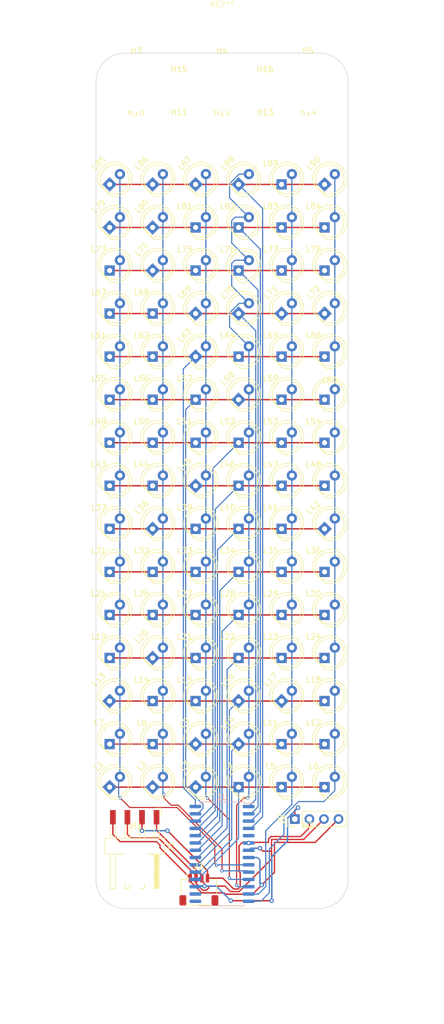
<source format=kicad_pcb>
(kicad_pcb (version 20221018) (generator pcbnew)
  (layers (0 "F.Cu" signal) (31 "B.Cu" signal) (34 "B.Paste" user) (35 "F.Paste" user) (36 "B.SilkS" user "B.Silkscreen") (37 "F.SilkS" user "F.Silkscreen") (38 "B.Mask" user) (39 "F.Mask" user) (44 "Edge.Cuts" user))
  (net 0 "")
  (net 1 "/col_1")
  (net 2 "/row_1")
  (net 3 "/row_2")
  (net 4 "/row_3")
  (net 5 "/row_4")
  (net 6 "/row_5")
  (net 7 "/row_6")
  (net 8 "/row_7")
  (net 9 "/eg8")
  (net 10 "/col_12")
  (net 11 "/col_13")
  (net 12 "/col_14")
  (net 13 "/col_15")
  (net 14 "/col_16")
  (net 15 "GND")
  (net 16 "/data")
  (net 17 "/clk")
  (net 18 "+5V")
  (net 19 "/col_2")
  (net 20 "/col_3")
  (net 21 "/col_4")
  (net 22 "/col_5")
  (net 23 "/col_6")
  (net 24 "/col_7")
  (net 25 "/col_8")
  (net 26 "/col_9")
  (net 27 "/col_10")
  (net 28 "/col_11")
  (footprint "oomlout_oomp_footprints:l5_7297cd_electronic_led_5_mm" (layer "F.Cu") (at -12.116 -36.634 45)
    (fp_text reference "L74")
    (fp_text value "l5_electronic_led_5_mm")
  )
  (footprint "oomlout_oomp_footprints:l5_7297cd_electronic_led_5_mm" (layer "F.Cu") (at 10.384 38.366 45)
    (fp_text reference "L17")
    (fp_text value "l5_electronic_led_5_mm")
  )
  (footprint "oomlout_oomp_footprints:l5_7297cd_electronic_led_5_mm" (layer "F.Cu") (at 2.884 -51.634 45)
    (fp_text reference "L88")
    (fp_text value "l5_electronic_led_5_mm")
  )
  (footprint "oomlout_oomp_footprints:l5_7297cd_electronic_led_5_mm" (layer "F.Cu") (at 17.884 -51.634 45)
    (fp_text reference "L90")
    (fp_text value "l5_electronic_led_5_mm")
  )
  (footprint "oomlout_oomp_footprints:l5_7297cd_electronic_led_5_mm" (layer "F.Cu") (at 2.884 45.866 45)
    (fp_text reference "L10")
    (fp_text value "l5_electronic_led_5_mm")
  )
  (footprint "oomlout_oomp_footprints:h4psmra_adfe77_electronic_header_1_mm_jst_sh_4_pin_surface_mount_right_angle" (layer "F.Cu") (at -4.04 71.215)
    (fp_text reference "J3")
    (fp_text value "h4psmra_adfe77_electronic_header_1_mm_jst_sh_4_pin_surface_mount_right_angle")
  )
  (footprint "oomlout_oomp_footprints:l5_7297cd_electronic_led_5_mm" (layer "F.Cu") (at 2.884 -29.134 45)
    (fp_text reference "L70")
    (fp_text value "l5_electronic_led_5_mm")
  )
  (footprint "oomlout_oomp_footprints:l5_7297cd_electronic_led_5_mm" (layer "F.Cu") (at -12.116 -44.134 45)
    (fp_text reference "L80")
    (fp_text value "l5_electronic_led_5_mm")
  )
  (footprint "oomlout_oomp_footprints:l5_7297cd_electronic_led_5_mm" (layer "F.Cu") (at -19.616 38.366 45)
    (fp_text reference "L13")
    (fp_text value "l5_electronic_led_5_mm")
  )
  (footprint "oomlout_oomp_footprints:l5_7297cd_electronic_led_5_mm" (layer "F.Cu") (at -4.616 45.866 45)
    (fp_text reference "L9")
    (fp_text value "l5_electronic_led_5_mm")
  )
  (footprint "oomlout_oomp_footprints:hi14p_abf4a4_electronic_header_2d54_mm_4_pin" (layer "F.Cu") (at 12.7 58.928 90)
    (fp_text reference "J2")
    (fp_text value "hi14p_abf4a4_electronic_header_2d54_mm_4_pin")
  )
  (footprint "oomlout_oomp_footprints:l5_7297cd_electronic_led_5_mm" (layer "F.Cu") (at -12.116 -51.634 45)
    (fp_text reference "L86")
    (fp_text value "l5_electronic_led_5_mm")
  )
  (footprint "oomlout_oomp_footprints:l5_7297cd_electronic_led_5_mm" (layer "F.Cu") (at 10.384 -29.134 45)
    (fp_text reference "L71")
    (fp_text value "l5_electronic_led_5_mm")
  )
  (footprint "oomlout_oomp_footprints:l5_7297cd_electronic_led_5_mm" (layer "F.Cu") (at -4.616 -29.134 45)
    (fp_text reference "L69")
    (fp_text value "l5_electronic_led_5_mm")
  )
  (footprint "oomlout_oomp_footprints:l5_7297cd_electronic_led_5_mm" (layer "F.Cu") (at 17.884 -29.134 45)
    (fp_text reference "L72")
    (fp_text value "l5_electronic_led_5_mm")
  )
  (footprint "oomlout_oomp_footprints:l5_7297cd_electronic_led_5_mm" (layer "F.Cu") (at -4.616 -21.634 45)
    (fp_text reference "L63")
    (fp_text value "l5_electronic_led_5_mm")
  )
  (footprint "oomlout_oomp_footprints:l5_7297cd_electronic_led_5_mm" (layer "F.Cu") (at -12.116 30.866 45)
    (fp_text reference "L20")
    (fp_text value "l5_electronic_led_5_mm")
  )
  (footprint "oomlout_oomp_footprints:l5_7297cd_electronic_led_5_mm" (layer "F.Cu") (at -4.616 -51.634 45)
    (fp_text reference "L87")
    (fp_text value "l5_electronic_led_5_mm")
  )
  (footprint "oomlout_oomp_footprints:mhm3_872f01_electronic_mounting_hole_m3" (layer "F.Cu") (at 7.5 -60)
    (fp_text reference "H13")
    (fp_text value "mhm3_872f01_electronic_mounting_hole_m3")
  )
  (footprint "oomlout_oomp_footprints:l5_7297cd_electronic_led_5_mm" (layer "F.Cu") (at 2.884 -14.134 45)
    (fp_text reference "L58")
    (fp_text value "l5_electronic_led_5_mm")
  )
  (footprint "oomlout_oomp_footprints:l5_7297cd_electronic_led_5_mm" (layer "F.Cu") (at 17.884 8.366 45)
    (fp_text reference "L42")
    (fp_text value "l5_electronic_led_5_mm")
  )
  (footprint "oomlout_oomp_footprints:l5_7297cd_electronic_led_5_mm" (layer "F.Cu") (at 2.884 38.366 45)
    (fp_text reference "L16")
    (fp_text value "l5_electronic_led_5_mm")
  )
  (footprint "oomlout_oomp_footprints:l5_7297cd_electronic_led_5_mm" (layer "F.Cu") (at -19.616 -44.134 45)
    (fp_text reference "L79")
    (fp_text value "l5_electronic_led_5_mm")
  )
  (footprint "oomlout_oomp_footprints:l5_7297cd_electronic_led_5_mm" (layer "F.Cu") (at -4.616 0.866 45)
    (fp_text reference "L45")
    (fp_text value "l5_electronic_led_5_mm")
  )
  (footprint "oomlout_oomp_footprints:l5_7297cd_electronic_led_5_mm" (layer "F.Cu") (at -12.116 8.366 45)
    (fp_text reference "L38")
    (fp_text value "l5_electronic_led_5_mm")
  )
  (footprint "oomlout_oomp_footprints:mhm6_fbea65_electronic_mounting_hole_m6" (layer "F.Cu") (at 15 67.5)
    (fp_text reference "H2")
    (fp_text value "mhm6_fbea65_electronic_mounting_hole_m6")
  )
  (footprint "oomlout_oomp_footprints:l5_7297cd_electronic_led_5_mm" (layer "F.Cu") (at -19.616 -51.634 45)
    (fp_text reference "L85")
    (fp_text value "l5_electronic_led_5_mm")
  )
  (footprint "oomlout_oomp_footprints:l5_7297cd_electronic_led_5_mm" (layer "F.Cu") (at -19.616 53.366 45)
    (fp_text reference "L1")
    (fp_text value "l5_electronic_led_5_mm")
  )
  (footprint "oomlout_oomp_footprints:l5_7297cd_electronic_led_5_mm" (layer "F.Cu") (at -19.616 -21.634 45)
    (fp_text reference "L61")
    (fp_text value "l5_electronic_led_5_mm")
  )
  (footprint "oomlout_oomp_footprints:l5_7297cd_electronic_led_5_mm" (layer "F.Cu") (at 10.384 -51.634 45)
    (fp_text reference "L89")
    (fp_text value "l5_electronic_led_5_mm")
  )
  (footprint "oomlout_oomp_footprints:l5_7297cd_electronic_led_5_mm" (layer "F.Cu") (at 2.884 53.366 45)
    (fp_text reference "L4")
    (fp_text value "l5_electronic_led_5_mm")
  )
  (footprint "oomlout_oomp_footprints:mhm3_872f01_electronic_mounting_hole_m3" (layer "F.Cu") (at 0 -60)
    (fp_text reference "H12")
    (fp_text value "mhm3_872f01_electronic_mounting_hole_m3")
  )
  (footprint "oomlout_oomp_footprints:l5_7297cd_electronic_led_5_mm" (layer "F.Cu") (at -12.116 -6.634 45)
    (fp_text reference "L50")
    (fp_text value "l5_electronic_led_5_mm")
  )
  (footprint "oomlout_oomp_footprints:l5_7297cd_electronic_led_5_mm" (layer "F.Cu") (at -4.616 -36.634 45)
    (fp_text reference "L75")
    (fp_text value "l5_electronic_led_5_mm")
  )
  (footprint "oomlout_oomp_footprints:l5_7297cd_electronic_led_5_mm" (layer "F.Cu") (at -4.616 53.366 45)
    (fp_text reference "L3")
    (fp_text value "l5_electronic_led_5_mm")
  )
  (footprint "oomlout_oomp_footprints:mhm6_fbea65_electronic_mounting_hole_m6" (layer "F.Cu") (at 15 -67.5)
    (fp_text reference "H5")
    (fp_text value "mhm6_fbea65_electronic_mounting_hole_m6")
  )
  (footprint "oomlout_oomp_footprints:l5_7297cd_electronic_led_5_mm" (layer "F.Cu") (at 2.884 -36.634 45)
    (fp_text reference "L76")
    (fp_text value "l5_electronic_led_5_mm")
  )
  (footprint "oomlout_oomp_footprints:l5_7297cd_electronic_led_5_mm" (layer "F.Cu") (at -4.616 23.366 45)
    (fp_text reference "L27")
    (fp_text value "l5_electronic_led_5_mm")
  )
  (footprint "oomlout_oomp_footprints:l5_7297cd_electronic_led_5_mm" (layer "F.Cu") (at -19.616 45.866 45)
    (fp_text reference "L7")
    (fp_text value "l5_electronic_led_5_mm")
  )
  (footprint "oomlout_oomp_footprints:l5_7297cd_electronic_led_5_mm" (layer "F.Cu") (at 2.884 -21.634 45)
    (fp_text reference "L64")
    (fp_text value "l5_electronic_led_5_mm")
  )
  (footprint "oomlout_oomp_footprints:l5_7297cd_electronic_led_5_mm" (layer "F.Cu") (at 10.384 15.866 45)
    (fp_text reference "L35")
    (fp_text value "l5_electronic_led_5_mm")
  )
  (footprint "oomlout_oomp_footprints:l5_7297cd_electronic_led_5_mm" (layer "F.Cu") (at 17.884 45.866 45)
    (fp_text reference "L12")
    (fp_text value "l5_electronic_led_5_mm")
  )
  (footprint "oomlout_oomp_footprints:l5_7297cd_electronic_led_5_mm" (layer "F.Cu") (at 10.384 -21.634 45)
    (fp_text reference "L65")
    (fp_text value "l5_electronic_led_5_mm")
  )
  (footprint "oomlout_oomp_footprints:l5_7297cd_electronic_led_5_mm" (layer "F.Cu") (at 10.384 -6.634 45)
    (fp_text reference "L53")
    (fp_text value "l5_electronic_led_5_mm")
  )
  (footprint "oomlout_oomp_footprints:l5_7297cd_electronic_led_5_mm" (layer "F.Cu") (at 17.884 -14.134 45)
    (fp_text reference "L60")
    (fp_text value "l5_electronic_led_5_mm")
  )
  (footprint "oomlout_oomp_footprints:l5_7297cd_electronic_led_5_mm" (layer "F.Cu") (at 17.884 -36.634 45)
    (fp_text reference "L78")
    (fp_text value "l5_electronic_led_5_mm")
  )
  (footprint "oomlout_oomp_footprints:l5_7297cd_electronic_led_5_mm" (layer "F.Cu") (at 10.384 30.866 45)
    (fp_text reference "L23")
    (fp_text value "l5_electronic_led_5_mm")
  )
  (footprint "oomlout_oomp_footprints:l5_7297cd_electronic_led_5_mm" (layer "F.Cu") (at 10.384 8.366 45)
    (fp_text reference "L41")
    (fp_text value "l5_electronic_led_5_mm")
  )
  (footprint "oomlout_oomp_footprints:l5_7297cd_electronic_led_5_mm" (layer "F.Cu") (at 10.384 -44.134 45)
    (fp_text reference "L83")
    (fp_text value "l5_electronic_led_5_mm")
  )
  (footprint "oomlout_oomp_footprints:l5_7297cd_electronic_led_5_mm" (layer "F.Cu") (at -12.116 53.366 45)
    (fp_text reference "L2")
    (fp_text value "l5_electronic_led_5_mm")
  )
  (footprint "oomlout_oomp_footprints:l5_7297cd_electronic_led_5_mm" (layer "F.Cu") (at -4.616 38.366 45)
    (fp_text reference "L15")
    (fp_text value "l5_electronic_led_5_mm")
  )
  (footprint "oomlout_oomp_footprints:l5_7297cd_electronic_led_5_mm" (layer "F.Cu") (at 17.884 53.366 45)
    (fp_text reference "L6")
    (fp_text value "l5_electronic_led_5_mm")
  )
  (footprint "oomlout_oomp_footprints:l5_7297cd_electronic_led_5_mm" (layer "F.Cu") (at 2.884 30.866 45)
    (fp_text reference "L22")
    (fp_text value "l5_electronic_led_5_mm")
  )
  (footprint "oomlout_oomp_footprints:l5_7297cd_electronic_led_5_mm" (layer "F.Cu") (at 17.884 0.866 45)
    (fp_text reference "L48")
    (fp_text value "l5_electronic_led_5_mm")
  )
  (footprint "oomlout_oomp_footprints:mhm6_fbea65_electronic_mounting_hole_m6" (layer "F.Cu") (at 0 -67.5)
    (fp_text reference "H4")
    (fp_text value "mhm6_fbea65_electronic_mounting_hole_m6")
  )
  (footprint "oomlout_oomp_footprints:l5_7297cd_electronic_led_5_mm" (layer "F.Cu") (at -19.616 -14.134 45)
    (fp_text reference "L55")
    (fp_text value "l5_electronic_led_5_mm")
  )
  (footprint "oomlout_oomp_footprints:l5_7297cd_electronic_led_5_mm" (layer "F.Cu") (at 17.884 -21.634 45)
    (fp_text reference "L66")
    (fp_text value "l5_electronic_led_5_mm")
  )
  (footprint "oomlout_oomp_footprints:l5_7297cd_electronic_led_5_mm" (layer "F.Cu") (at 10.384 53.366 45)
    (fp_text reference "L5")
    (fp_text value "l5_electronic_led_5_mm")
  )
  (footprint "oomlout_oomp_footprints:l5_7297cd_electronic_led_5_mm" (layer "F.Cu") (at 2.884 15.866 45)
    (fp_text reference "L34")
    (fp_text value "l5_electronic_led_5_mm")
  )
  (footprint "oomlout_oomp_footprints:l5_7297cd_electronic_led_5_mm" (layer "F.Cu") (at 17.884 23.366 45)
    (fp_text reference "L30")
    (fp_text value "l5_electronic_led_5_mm")
  )
  (footprint "oomlout_oomp_footprints:l5_7297cd_electronic_led_5_mm" (layer "F.Cu") (at 10.384 -14.134 45)
    (fp_text reference "L59")
    (fp_text value "l5_electronic_led_5_mm")
  )
  (footprint "oomlout_oomp_footprints:l5_7297cd_electronic_led_5_mm" (layer "F.Cu") (at 10.384 45.866 45)
    (fp_text reference "L11")
    (fp_text value "l5_electronic_led_5_mm")
  )
  (footprint "oomlout_oomp_footprints:l5_7297cd_electronic_led_5_mm" (layer "F.Cu") (at 2.884 0.866 45)
    (fp_text reference "L46")
    (fp_text value "l5_electronic_led_5_mm")
  )
  (footprint "oomlout_oomp_footprints:mhm3_872f01_electronic_mounting_hole_m3" (layer "F.Cu") (at -15 -60)
    (fp_text reference "H10")
    (fp_text value "mhm3_872f01_electronic_mounting_hole_m3")
  )
  (footprint "oomlout_oomp_footprints:l5_7297cd_electronic_led_5_mm" (layer "F.Cu") (at 2.884 -44.134 45)
    (fp_text reference "L82")
    (fp_text value "l5_electronic_led_5_mm")
  )
  (footprint "oomlout_oomp_footprints:l5_7297cd_electronic_led_5_mm" (layer "F.Cu") (at -19.616 30.866 45)
    (fp_text reference "L19")
    (fp_text value "l5_electronic_led_5_mm")
  )
  (footprint "oomlout_oomp_footprints:l5_7297cd_electronic_led_5_mm" (layer "F.Cu") (at -19.616 -36.634 45)
    (fp_text reference "L73")
    (fp_text value "l5_electronic_led_5_mm")
  )
  (footprint "oomlout_oomp_footprints:l5_7297cd_electronic_led_5_mm" (layer "F.Cu") (at -12.116 0.866 45)
    (fp_text reference "L44")
    (fp_text value "l5_electronic_led_5_mm")
  )
  (footprint "oomlout_oomp_footprints:l5_7297cd_electronic_led_5_mm" (layer "F.Cu") (at -4.616 15.866 45)
    (fp_text reference "L33")
    (fp_text value "l5_electronic_led_5_mm")
  )
  (footprint "oomlout_oomp_footprints:l5_7297cd_electronic_led_5_mm" (layer "F.Cu") (at -4.616 30.866 45)
    (fp_text reference "L21")
    (fp_text value "l5_electronic_led_5_mm")
  )
  (footprint "oomlout_oomp_footprints:l5_7297cd_electronic_led_5_mm" (layer "F.Cu") (at -19.616 15.866 45)
    (fp_text reference "L31")
    (fp_text value "l5_electronic_led_5_mm")
  )
  (footprint "oomlout_oomp_footprints:l5_7297cd_electronic_led_5_mm" (layer "F.Cu") (at -19.616 23.366 45)
    (fp_text reference "L25")
    (fp_text value "l5_electronic_led_5_mm")
  )
  (footprint "oomlout_oomp_footprints:l5_7297cd_electronic_led_5_mm" (layer "F.Cu") (at 2.884 8.366 45)
    (fp_text reference "L40")
    (fp_text value "l5_electronic_led_5_mm")
  )
  (footprint "oomlout_oomp_footprints:l5_7297cd_electronic_led_5_mm" (layer "F.Cu") (at 17.884 30.866 45)
    (fp_text reference "L24")
    (fp_text value "l5_electronic_led_5_mm")
  )
  (footprint "oomlout_oomp_footprints:l5_7297cd_electronic_led_5_mm" (layer "F.Cu") (at -4.616 -14.134 45)
    (fp_text reference "L57")
    (fp_text value "l5_electronic_led_5_mm")
  )
  (footprint "oomlout_oomp_footprints:mhm6_fbea65_electronic_mounting_hole_m6" (layer "F.Cu") (at -15 67.5)
    (fp_text reference "H1")
    (fp_text value "mhm6_fbea65_electronic_mounting_hole_m6")
  )
  (footprint "oomlout_oomp_footprints:l5_7297cd_electronic_led_5_mm" (layer "F.Cu") (at -19.616 0.866 45)
    (fp_text reference "L43")
    (fp_text value "l5_electronic_led_5_mm")
  )
  (footprint "oomlout_oomp_footprints:l5_7297cd_electronic_led_5_mm" (layer "F.Cu") (at 17.884 15.866 45)
    (fp_text reference "L36")
    (fp_text value "l5_electronic_led_5_mm")
  )
  (footprint "oomlout_oomp_footprints:l5_7297cd_electronic_led_5_mm" (layer "F.Cu") (at 10.384 -36.634 45)
    (fp_text reference "L77")
    (fp_text value "l5_electronic_led_5_mm")
  )
  (footprint "oomlout_oomp_footprints:l5_7297cd_electronic_led_5_mm" (layer "F.Cu") (at -4.616 -6.634 45)
    (fp_text reference "L51")
    (fp_text value "l5_electronic_led_5_mm")
  )
  (footprint "oomlout_oomp_footprints:l5_7297cd_electronic_led_5_mm" (layer "F.Cu") (at -12.116 45.866 45)
    (fp_text reference "L8")
    (fp_text value "l5_electronic_led_5_mm")
  )
  (footprint "oomlout_oomp_footprints:mhm6_fbea65_electronic_mounting_hole_m6" (layer "F.Cu") (at -15 -67.5)
    (fp_text reference "H3")
    (fp_text value "mhm6_fbea65_electronic_mounting_hole_m6")
  )
  (footprint "oomlout_oomp_footprints:l5_7297cd_electronic_led_5_mm" (layer "F.Cu") (at -19.616 -6.634 45)
    (fp_text reference "L49")
    (fp_text value "l5_electronic_led_5_mm")
  )
  (footprint "oomlout_oomp_footprints:l5_7297cd_electronic_led_5_mm" (layer "F.Cu") (at 17.884 38.366 45)
    (fp_text reference "L18")
    (fp_text value "l5_electronic_led_5_mm")
  )
  (footprint "oomlout_oomp_footprints:l5_7297cd_electronic_led_5_mm" (layer "F.Cu") (at -12.116 38.366 45)
    (fp_text reference "L14")
    (fp_text value "l5_electronic_led_5_mm")
  )
  (footprint "oomlout_oomp_footprints:l5_7297cd_electronic_led_5_mm" (layer "F.Cu") (at 2.884 23.366 45)
    (fp_text reference "L28")
    (fp_text value "l5_electronic_led_5_mm")
  )
  (footprint "oomlout_oomp_footprints:l5_7297cd_electronic_led_5_mm" (layer "F.Cu") (at -19.616 8.366 45)
    (fp_text reference "L37")
    (fp_text value "l5_electronic_led_5_mm")
  )
  (footprint "oomlout_oomp_footprints:mhm3_872f01_electronic_mounting_hole_m3" (layer "F.Cu") (at 15 -60)
    (fp_text reference "H14")
    (fp_text value "mhm3_872f01_electronic_mounting_hole_m3")
  )
  (footprint "oomlout_oomp_footprints:mhm3_872f01_electronic_mounting_hole_m3" (layer "F.Cu") (at -7.5 -67.5)
    (fp_text reference "H15")
    (fp_text value "mhm3_872f01_electronic_mounting_hole_m3")
  )
  (footprint "oomlout_oomp_footprints:hi14psmra_70c043_electronic_header_2d54_mm_4_pin_surface_mount_right_angle" (layer "F.Cu") (at -15.24 64.135 -90)
    (fp_text reference "J1")
    (fp_text value "hi14psmra_70c043_electronic_header_2d54_mm_4_pin_surface_mount_right_angle")
  )
  (footprint "oomlout_oomp_footprints:l5_7297cd_electronic_led_5_mm" (layer "F.Cu") (at -4.616 -44.134 45)
    (fp_text reference "L81")
    (fp_text value "l5_electronic_led_5_mm")
  )
  (footprint "oomlout_oomp_footprints:l5_7297cd_electronic_led_5_mm" (layer "F.Cu") (at 10.384 23.366 45)
    (fp_text reference "L29")
    (fp_text value "l5_electronic_led_5_mm")
  )
  (footprint "oomlout_oomp_footprints:l5_7297cd_electronic_led_5_mm" (layer "F.Cu") (at 2.884 -6.634 45)
    (fp_text reference "L52")
    (fp_text value "l5_electronic_led_5_mm")
  )
  (footprint "oomlout_oomp_footprints:l5_7297cd_electronic_led_5_mm" (layer "F.Cu") (at 17.884 -44.134 45)
    (fp_text reference "L84")
    (fp_text value "l5_electronic_led_5_mm")
  )
  (footprint "oomlout_oomp_footprints:l5_7297cd_electronic_led_5_mm" (layer "F.Cu") (at -12.116 -14.134 45)
    (fp_text reference "L56")
    (fp_text value "l5_electronic_led_5_mm")
  )
  (footprint "oomlout_oomp_footprints:l5_7297cd_electronic_led_5_mm" (layer "F.Cu") (at -12.116 15.866 45)
    (fp_text reference "L32")
    (fp_text value "l5_electronic_led_5_mm")
  )
  (footprint "oomlout_oomp_footprints:l5_7297cd_electronic_led_5_mm" (layer "F.Cu") (at -4.616 8.366 45)
    (fp_text reference "L39")
    (fp_text value "l5_electronic_led_5_mm")
  )
  (footprint "oomlout_oomp_footprints:l5_7297cd_electronic_led_5_mm" (layer "F.Cu") (at -12.116 23.366 45)
    (fp_text reference "L26")
    (fp_text value "l5_electronic_led_5_mm")
  )
  (footprint "oomlout_oomp_footprints:l5_7297cd_electronic_led_5_mm" (layer "F.Cu") (at 10.384 0.866 45)
    (fp_text reference "L47")
    (fp_text value "l5_electronic_led_5_mm")
  )
  (footprint "oomlout_oomp_footprints:mhm3_872f01_electronic_mounting_hole_m3" (layer "F.Cu") (at 7.5 -67.5)
    (fp_text reference "H16")
    (fp_text value "mhm3_872f01_electronic_mounting_hole_m3")
  )
  (footprint "oomlout_oomp_footprints:l5_7297cd_electronic_led_5_mm" (layer "F.Cu") (at -12.116 -21.634 45)
    (fp_text reference "L62")
    (fp_text value "l5_electronic_led_5_mm")
  )
  (footprint "working:oobb_10_03" (layer "F.Cu") (at 0 0)
    (fp_text reference "REF**")
    (fp_text value "oobb_10_03")
    (fp_line (start -22 -69.5) (end -22 69.5) (stroke (width 0.1)) (layer "Edge.Cuts"))
    (fp_line (start -17 74.5) (end 17 74.5) (stroke (width 0.1)) (layer "Edge.Cuts"))
    (fp_line (start 17 -74.5) (end -17 -74.5) (stroke (width 0.1)) (layer "Edge.Cuts"))
    (fp_line (start 22 69.5) (end 22 -69.5) (stroke (width 0.1)) (layer "Edge.Cuts"))
    (fp_arc (start -22 -69.5) (mid -20.535534 -73.035533) (end -17 -74.5) (stroke (width 0.1)) (layer "Edge.Cuts"))
    (fp_arc (start -17 74.5) (mid -20.535533 73.035534) (end -22 69.5) (stroke (width 0.1)) (layer "Edge.Cuts"))
    (fp_arc (start 17 -74.5) (mid 20.535533 -73.035534) (end 22 -69.5) (stroke (width 0.1)) (layer "Edge.Cuts"))
    (fp_arc (start 22 69.5) (mid 20.535534 73.035533) (end 17 74.5) (stroke (width 0.1)) (layer "Edge.Cuts"))
  )
  (footprint "oomlout_oomp_footprints:mhm3_872f01_electronic_mounting_hole_m3" (layer "F.Cu") (at -7.5 -60)
    (fp_text reference "H11")
    (fp_text value "mhm3_872f01_electronic_mounting_hole_m3")
  )
  (footprint "oomlout_oomp_footprints:l5_7297cd_electronic_led_5_mm" (layer "F.Cu") (at -12.116 -29.134 45)
    (fp_text reference "L68")
    (fp_text value "l5_electronic_led_5_mm")
  )
  (footprint "oomlout_oomp_footprints:l5_7297cd_electronic_led_5_mm" (layer "F.Cu") (at 17.884 -6.634 45)
    (fp_text reference "L54")
    (fp_text value "l5_electronic_led_5_mm")
  )
  (footprint "oomlout_oomp_footprints:l5_7297cd_electronic_led_5_mm" (layer "F.Cu") (at -19.616 -29.134 45)
    (fp_text reference "L67")
    (fp_text value "l5_electronic_led_5_mm")
  )
  (footprint "oomlout_oomp_footprints:iaip1640_fe0f02_electronic_ic_soic_28_wide_led_matrix_driver_16_x_8_wuxi_i_core_electronics_co_ltd_aip1640" (layer "B.Cu") (at 0 65 180)
    (fp_text reference "U1")
    (fp_text value "iaip1640_electronic_ic_soic_28_wide_led_matrix_driver_16_x_8_wuxi_i_core_electronics_co_ltd_aip1640")
  )
  (segment (start -19.616 53.366) (end 17.884 53.366) (width 0.25) (layer "F.Cu") (net 1))
  (segment (start 2.884 62.302396) (end 2.884 53.366) (width 0.2) (layer "B.Cu") (net 1))
  (segment (start -4.65 69.445) (end -4.258604 69.445) (width 0.2) (layer "B.Cu") (net 1))
  (segment (start -4.258604 69.445) (end 2.884 62.302396) (width 0.2) (layer "B.Cu") (net 1))
  (segment (start -16.11 56.915) (end -7.855 56.915) (width 0.2) (layer "F.Cu") (net 2))
  (segment (start -1.27 66.675) (end -0.955391 66.989609) (width 0.2) (layer "F.Cu") (net 2))
  (segment (start -17.78 55.245) (end -16.11 56.915) (width 0.2) (layer "F.Cu") (net 2))
  (segment (start -1.27 63.5) (end -1.27 66.675) (width 0.2) (layer "F.Cu") (net 2))
  (segment (start -7.855 56.915) (end -1.27 63.5) (width 0.2) (layer "F.Cu") (net 2))
  (via (at -0.955391 66.989609) (size 0.6) (drill 0.3) (layers "F.Cu" "B.Cu") (net 2))
  (via (at -17.78 55.245) (size 0.6) (drill 0.3) (layers "F.Cu" "B.Cu") (net 2))
  (segment (start -17.819949 51.569949) (end -17.819949 -53.430051) (width 0.2) (layer "B.Cu") (net 2))
  (segment (start -18.043208 54.981792) (end -17.78 55.245) (width 0.2) (layer "B.Cu") (net 2))
  (segment (start -0.955391 66.989609) (end -0.870782 66.905) (width 0.2) (layer "B.Cu") (net 2))
  (segment (start -18.043208 51.793208) (end -18.043208 54.981792) (width 0.2) (layer "B.Cu") (net 2))
  (segment (start -0.870782 66.905) (end 4.65 66.905) (width 0.2) (layer "B.Cu") (net 2))
  (segment (start -17.819949 51.569949) (end -18.043208 51.793208) (width 0.2) (layer "B.Cu") (net 2))
  (segment (start 0 64.135) (end 0 67.945) (width 0.2) (layer "F.Cu") (net 3))
  (segment (start -8.89 56.515) (end -7.62 56.515) (width 0.2) (layer "F.Cu") (net 3))
  (segment (start -10.16 55.245) (end -10.16 54.61) (width 0.2) (layer "F.Cu") (net 3))
  (segment (start -8.89 56.515) (end -10.16 55.245) (width 0.2) (layer "F.Cu") (net 3))
  (segment (start -7.62 56.515) (end 0 64.135) (width 0.2) (layer "F.Cu") (net 3))
  (via (at -10.16 54.61) (size 0.6) (drill 0.3) (layers "F.Cu" "B.Cu") (net 3))
  (via (at 0 67.945) (size 0.6) (drill 0.3) (layers "F.Cu" "B.Cu") (net 3))
  (segment (start 0 67.945) (end 4.42 67.945) (width 0.2) (layer "B.Cu") (net 3))
  (segment (start -10.319949 54.450051) (end -10.319949 51.569949) (width 0.2) (layer "B.Cu") (net 3))
  (segment (start 4.42 67.945) (end 4.65 68.175) (width 0.2) (layer "B.Cu") (net 3))
  (segment (start -10.319949 -53.430051) (end -10.319949 51.569949) (width 0.2) (layer "B.Cu") (net 3))
  (segment (start -10.16 54.61) (end -10.319949 54.450051) (width 0.2) (layer "B.Cu") (net 3))
  (segment (start -2.54 55.245) (end 1.27 59.055) (width 0.2) (layer "F.Cu") (net 4))
  (segment (start 1.27 59.055) (end 1.27 69.215) (width 0.2) (layer "F.Cu") (net 4))
  (via (at 1.27 69.215) (size 0.6) (drill 0.3) (layers "F.Cu" "B.Cu") (net 4))
  (via (at -2.54 55.245) (size 0.6) (drill 0.3) (layers "F.Cu" "B.Cu") (net 4))
  (segment (start 4.65 69.445) (end 1.5 69.445) (width 0.2) (layer "B.Cu") (net 4))
  (segment (start -2.819949 51.569949) (end -2.819949 -53.430051) (width 0.2) (layer "B.Cu") (net 4))
  (segment (start -2.819949 51.569949) (end -2.819949 54.965051) (width 0.2) (layer "B.Cu") (net 4))
  (segment (start -2.819949 54.965051) (end -2.54 55.245) (width 0.2) (layer "B.Cu") (net 4))
  (segment (start 1.5 69.445) (end 1.27 69.215) (width 0.2) (layer "B.Cu") (net 4))
  (segment (start 3.81 55.245) (end 2.54 56.515) (width 0.2) (layer "F.Cu") (net 5))
  (segment (start 4.445 55.245) (end 3.81 55.245) (width 0.2) (layer "F.Cu") (net 5))
  (segment (start 2.54 56.515) (end 2.54 70.485) (width 0.2) (layer "F.Cu") (net 5))
  (via (at 2.54 70.485) (size 0.6) (drill 0.3) (layers "F.Cu" "B.Cu") (net 5))
  (via (at 4.445 55.245) (size 0.6) (drill 0.3) (layers "F.Cu" "B.Cu") (net 5))
  (segment (start 4.680051 51.569949) (end 4.680051 55.009949) (width 0.2) (layer "B.Cu") (net 5))
  (segment (start 2.982993 -53.430051) (end 4.680051 -53.430051) (width 0.2) (layer "B.Cu") (net 5))
  (segment (start 4.680051 51.569949) (end 4.680051 -0.930051) (width 0.2) (layer "B.Cu") (net 5))
  (segment (start 2.280051 -45.930051) (end 4.680051 -45.930051) (width 0.2) (layer "B.Cu") (net 5))
  (segment (start 1.684 -41.426102) (end 1.684 -45.334) (width 0.2) (layer "B.Cu") (net 5))
  (segment (start 1.311208 -26.798894) (end 1.311208 -29.258266) (width 0.2) (layer "B.Cu") (net 5))
  (segment (start 4.65 70.715) (end 2.77 70.715) (width 0.2) (layer "B.Cu") (net 5))
  (segment (start 4.680051 -23.430051) (end 1.311208 -26.798894) (width 0.2) (layer "B.Cu") (net 5))
  (segment (start 4.680051 -45.930051) (end 1.311208 -49.298894) (width 0.2) (layer "B.Cu") (net 5))
  (segment (start 1.684 -33.926102) (end 1.684 -37.879) (width 0.2) (layer "B.Cu") (net 5))
  (segment (start 1.311208 -29.258266) (end 2.982993 -30.930051) (width 0.2) (layer "B.Cu") (net 5))
  (segment (start 4.680051 -30.930051) (end 1.684 -33.926102) (width 0.2) (layer "B.Cu") (net 5))
  (segment (start 4.680051 55.009949) (end 4.445 55.245) (width 0.2) (layer "B.Cu") (net 5))
  (segment (start 2.982993 -30.930051) (end 4.680051 -30.930051) (width 0.2) (layer "B.Cu") (net 5))
  (segment (start 4.680051 -0.930051) (end 4.680051 -23.430051) (width 0.2) (layer "B.Cu") (net 5))
  (segment (start 1.311208 -49.298894) (end 1.311208 -51.758266) (width 0.2) (layer "B.Cu") (net 5))
  (segment (start 2.235051 -38.430051) (end 4.680051 -38.430051) (width 0.2) (layer "B.Cu") (net 5))
  (segment (start 2.77 70.715) (end 2.54 70.485) (width 0.2) (layer "B.Cu") (net 5))
  (segment (start 1.311208 -51.758266) (end 2.982993 -53.430051) (width 0.2) (layer "B.Cu") (net 5))
  (segment (start 1.684 -37.879) (end 2.235051 -38.430051) (width 0.2) (layer "B.Cu") (net 5))
  (segment (start 1.684 -45.334) (end 2.280051 -45.930051) (width 0.2) (layer "B.Cu") (net 5))
  (segment (start 4.680051 -38.430051) (end 1.684 -41.426102) (width 0.2) (layer "B.Cu") (net 5))
  (segment (start 7.62 70.72) (end 7.62 60.96) (width 0.2) (layer "B.Cu") (net 6))
  (segment (start 12.180051 -53.430051) (end 12.180051 51.569949) (width 0.2) (layer "B.Cu") (net 6))
  (segment (start 4.65 71.985) (end 6.355 71.985) (width 0.2) (layer "B.Cu") (net 6))
  (segment (start 12.180051 56.399949) (end 12.180051 51.569949) (width 0.2) (layer "B.Cu") (net 6))
  (segment (start 6.355 71.985) (end 7.62 70.72) (width 0.2) (layer "B.Cu") (net 6))
  (segment (start 7.62 60.96) (end 12.180051 56.399949) (width 0.2) (layer "B.Cu") (net 6))
  (segment (start 19.680051 53.969949) (end 17.77 55.88) (width 0.2) (layer "B.Cu") (net 7))
  (segment (start 13.335 55.88) (end 10.795 58.42) (width 0.2) (layer "B.Cu") (net 7))
  (segment (start 19.680051 51.569949) (end 19.680051 -53.430051) (width 0.2) (layer "B.Cu") (net 7))
  (segment (start 8.255 71.755) (end 6.755 73.255) (width 0.2) (layer "B.Cu") (net 7))
  (segment (start 10.795 61.595) (end 8.255 64.135) (width 0.2) (layer "B.Cu") (net 7))
  (segment (start 10.795 58.42) (end 10.795 61.595) (width 0.2) (layer "B.Cu") (net 7))
  (segment (start 8.255 64.135) (end 8.255 71.755) (width 0.2) (layer "B.Cu") (net 7))
  (segment (start 6.755 73.255) (end 4.65 73.255) (width 0.2) (layer "B.Cu") (net 7))
  (segment (start 19.680051 51.569949) (end 19.680051 53.969949) (width 0.2) (layer "B.Cu") (net 7))
  (segment (start 17.77 55.88) (end 13.335 55.88) (width 0.2) (layer "B.Cu") (net 7))
  (segment (start -19.616 -29.134) (end 17.884 -29.134) (width 0.25) (layer "F.Cu") (net 10))
  (segment (start 5.880051 -26.137949) (end 2.884 -29.134) (width 0.2) (layer "B.Cu") (net 10))
  (segment (start 5.880051 55.514949) (end 5.880051 -26.137949) (width 0.2) (layer "B.Cu") (net 10))
  (segment (start 4.65 56.745) (end 5.880051 55.514949) (width 0.2) (layer "B.Cu") (net 10))
  (segment (start -19.616 -36.634) (end 17.884 -36.634) (width 0.25) (layer "F.Cu") (net 11))
  (segment (start 4.65 58.015) (end 5.041396 58.015) (width 0.2) (layer "B.Cu") (net 11))
  (segment (start 5.041396 58.015) (end 6.280051 56.776345) (width 0.2) (layer "B.Cu") (net 11))
  (segment (start 6.280051 -33.237949) (end 2.884 -36.634) (width 0.2) (layer "B.Cu") (net 11))
  (segment (start 6.280051 56.776345) (end 6.280051 -33.237949) (width 0.2) (layer "B.Cu") (net 11))
  (segment (start 17.884 -44.134) (end -19.616 -44.134) (width 0.25) (layer "F.Cu") (net 12))
  (segment (start 6.680051 57.646345) (end 6.680051 -40.337949) (width 0.2) (layer "B.Cu") (net 12))
  (segment (start 4.65 59.285) (end 5.041396 59.285) (width 0.2) (layer "B.Cu") (net 12))
  (segment (start 5.041396 59.285) (end 6.680051 57.646345) (width 0.2) (layer "B.Cu") (net 12))
  (segment (start 6.680051 -40.337949) (end 2.884 -44.134) (width 0.2) (layer "B.Cu") (net 12))
  (segment (start -19.616 -51.634) (end 17.884 -51.634) (width 0.25) (layer "F.Cu") (net 13))
  (segment (start 4.65 60.555) (end 5.041396 60.555) (width 0.2) (layer "B.Cu") (net 13))
  (segment (start 5.041396 60.555) (end 7.080051 58.516345) (width 0.2) (layer "B.Cu") (net 13))
  (segment (start 7.080051 58.516345) (end 7.080051 -47.437949) (width 0.2) (layer "B.Cu") (net 13))
  (segment (start 7.080051 -47.437949) (end 2.884 -51.634) (width 0.2) (layer "B.Cu") (net 13))
  (segment (start 8.128 62.355604) (end 8.128 62.992) (width 0.25) (layer "F.Cu") (net 15))
  (segment (start 15.24 58.928) (end 15.24 60.452) (width 0.25) (layer "F.Cu") (net 15))
  (segment (start 2.788884 71.12) (end 3.165 70.743884) (width 0.25) (layer "F.Cu") (net 15))
  (segment (start 4.753 62.992) (end 4.65 63.095) (width 0.25) (layer "F.Cu") (net 15))
  (segment (start 13.716 61.976) (end 8.507604 61.976) (width 0.25) (layer "F.Cu") (net 15))
  (segment (start 2.032 71.12) (end 2.788884 71.12) (width 0.25) (layer "F.Cu") (net 15))
  (segment (start 2.965 63.583) (end 3.556 62.992) (width 0.25) (layer "F.Cu") (net 15))
  (segment (start 3.556 62.992) (end 4.547 62.992) (width 0.25) (layer "F.Cu") (net 15))
  (segment (start 15.24 60.452) (end 13.716 61.976) (width 0.25) (layer "F.Cu") (net 15))
  (segment (start -13.97 60.96) (end -13.97 58.61) (width 0.25) (layer "F.Cu") (net 15))
  (segment (start 3.165 70.743884) (end 3.165 68.272) (width 0.25) (layer "F.Cu") (net 15))
  (segment (start -2.54 69.215) (end 0.127 69.215) (width 0.25) (layer "F.Cu") (net 15))
  (segment (start -2.54 67.945) (end -9.525 60.96) (width 0.25) (layer "F.Cu") (net 15))
  (segment (start 3.165 68.272) (end 2.965 68.072) (width 0.25) (layer "F.Cu") (net 15))
  (segment (start 8.128 62.992) (end 4.753 62.992) (width 0.25) (layer "F.Cu") (net 15))
  (segment (start 4.547 62.992) (end 4.65 63.095) (width 0.25) (layer "F.Cu") (net 15))
  (segment (start 8.507604 61.976) (end 8.128 62.355604) (width 0.25) (layer "F.Cu") (net 15))
  (segment (start -2.54 69.215) (end -2.54 67.945) (width 0.25) (layer "F.Cu") (net 15))
  (segment (start 0.127 69.215) (end 2.032 71.12) (width 0.25) (layer "F.Cu") (net 15))
  (segment (start 2.965 68.072) (end 2.965 63.583) (width 0.25) (layer "F.Cu") (net 15))
  (via (at -13.97 60.96) (size 0.8) (drill 0.4) (layers "F.Cu" "B.Cu") (net 15))
  (via (at -9.525 60.96) (size 0.8) (drill 0.4) (layers "F.Cu" "B.Cu") (net 15))
  (via (at 4.65 63.095) (size 0.8) (drill 0.4) (layers "F.Cu" "B.Cu") (net 15))
  (segment (start -9.525 60.96) (end -13.97 60.96) (width 0.25) (layer "B.Cu") (net 15))
  (segment (start -4.54 69.215) (end -4.54 68.768249) (width 0.25) (layer "F.Cu") (net 16))
  (segment (start 1.466 71.57) (end 2.97528 71.57) (width 0.25) (layer "F.Cu") (net 16))
  (segment (start -4.54 68.768249) (end -11.078249 62.23) (width 0.25) (layer "F.Cu") (net 16))
  (segment (start 14.224 62.484) (end 17.78 58.928) (width 0.25) (layer "F.Cu") (net 16))
  (segment (start 8.636 64.516) (end 8.636 62.484) (width 0.25) (layer "F.Cu") (net 16))
  (segment (start 8.636 64.516) (end 7.112 64.516) (width 0.25) (layer "F.Cu") (net 16))
  (segment (start -2.323 70.612) (end 0.508 70.612) (width 0.25) (layer "F.Cu") (net 16))
  (segment (start 2.97528 71.57) (end 8.636 65.90928) (width 0.25) (layer "F.Cu") (net 16))
  (segment (start 7.112 64.516) (end 6.604 64.008) (width 0.25) (layer "F.Cu") (net 16))
  (segment (start -3.348305 71.337) (end -2.747695 71.337) (width 0.25) (layer "F.Cu") (net 16))
  (segment (start -4.54 69.215) (end -4.54 70.145305) (width 0.25) (layer "F.Cu") (net 16))
  (segment (start -11.078249 62.23) (end -15.875 62.23) (width 0.25) (layer "F.Cu") (net 16))
  (segment (start -4.54 70.145305) (end -3.348305 71.337) (width 0.25) (layer "F.Cu") (net 16))
  (segment (start -16.51 61.595) (end -16.51 58.61) (width 0.25) (layer "F.Cu") (net 16))
  (segment (start 8.636 65.90928) (end 8.636 64.516) (width 0.25) (layer "F.Cu") (net 16))
  (segment (start 0.508 70.612) (end 1.466 71.57) (width 0.25) (layer "F.Cu") (net 16))
  (segment (start 8.636 62.484) (end 14.224 62.484) (width 0.25) (layer "F.Cu") (net 16))
  (segment (start -15.875 62.23) (end -16.51 61.595) (width 0.25) (layer "F.Cu") (net 16))
  (segment (start -2.323 70.912305) (end -2.323 70.612) (width 0.25) (layer "F.Cu") (net 16))
  (segment (start -2.747695 71.337) (end -2.323 70.912305) (width 0.25) (layer "F.Cu") (net 16))
  (via (at 6.604 64.008) (size 0.8) (drill 0.4) (layers "F.Cu" "B.Cu") (net 16))
  (segment (start 5.007 64.008) (end 4.65 64.365) (width 0.25) (layer "B.Cu") (net 16))
  (segment (start 6.604 64.008) (end 5.007 64.008) (width 0.25) (layer "B.Cu") (net 16))
  (segment (start 0.582 72.02) (end 5.324396 72.02) (width 0.25) (layer "F.Cu") (net 17))
  (segment (start -5.54 69.781701) (end -3.534701 71.787) (width 0.25) (layer "F.Cu") (net 17))
  (segment (start 0.349 71.787) (end 0.582 72.02) (width 0.25) (layer "F.Cu") (net 17))
  (segment (start 6.922198 70.422198) (end 6.9205 70.422198) (width 0.25) (layer "F.Cu") (net 17))
  (segment (start 5.324396 72.02) (end 6.922198 70.422198) (width 0.25) (layer "F.Cu") (net 17))
  (segment (start 9.144 62.992) (end 16.256 62.992) (width 0.25) (layer "F.Cu") (net 17))
  (segment (start -19.05 61.595) (end -19.05 58.61) (width 0.25) (layer "F.Cu") (net 17))
  (segment (start -3.534701 71.787) (end 0.349 71.787) (width 0.25) (layer "F.Cu") (net 17))
  (segment (start 16.256 62.992) (end 20.32 58.928) (width 0.25) (layer "F.Cu") (net 17))
  (segment (start -10.83 63.465) (end -11.43 62.865) (width 0.25) (layer "F.Cu") (net 17))
  (segment (start -10.83 63.925) (end -10.83 63.465) (width 0.25) (layer "F.Cu") (net 17))
  (segment (start -11.43 62.865) (end -17.78 62.865) (width 0.25) (layer "F.Cu") (net 17))
  (segment (start -5.54 69.215) (end -5.54 69.781701) (width 0.25) (layer "F.Cu") (net 17))
  (segment (start -5.54 69.215) (end -10.83 63.925) (width 0.25) (layer "F.Cu") (net 17))
  (segment (start 6.922198 70.422198) (end 9.144 68.200396) (width 0.25) (layer "F.Cu") (net 17))
  (segment (start -17.78 62.865) (end -19.05 61.595) (width 0.25) (layer "F.Cu") (net 17))
  (segment (start 9.144 68.200396) (end 9.144 62.992) (width 0.25) (layer "F.Cu") (net 17))
  (via (at 6.9205 70.422198) (size 0.8) (drill 0.4) (layers "F.Cu" "B.Cu") (net 17))
  (segment (start 6.604 66.04) (end 6.199 65.635) (width 0.25) (layer "B.Cu") (net 17))
  (segment (start 6.9205 70.422198) (end 6.604 70.105698) (width 0.25) (layer "B.Cu") (net 17))
  (segment (start 6.199 65.635) (end 4.65 65.635) (width 0.25) (layer "B.Cu") (net 17))
  (segment (start 6.604 70.105698) (end 6.604 66.04) (width 0.25) (layer "B.Cu") (net 17))
  (segment (start -3.54 68.768249) (end -11.43 60.878249) (width 0.25) (layer "F.Cu") (net 18))
  (segment (start 12.7 57.404) (end 13.208 56.896) (width 0.25) (layer "F.Cu") (net 18))
  (segment (start -3.54 69.215) (end -3.54 69.661751) (width 0.25) (layer "F.Cu") (net 18))
  (segment (start 8.636 73.152) (end 1.524 73.152) (width 0.25) (layer "F.Cu") (net 18))
  (segment (start -3.048 70.153751) (end -3.048 70.612) (width 0.25) (layer "F.Cu") (net 18))
  (segment (start -3.54 69.215) (end -3.54 68.768249) (width 0.25) (layer "F.Cu") (net 18))
  (segment (start -3.54 69.661751) (end -3.048 70.153751) (width 0.25) (layer "F.Cu") (net 18))
  (segment (start 12.7 58.928) (end 12.7 57.404) (width 0.25) (layer "F.Cu") (net 18))
  (segment (start 13.208 56.896) (end 13.258122 56.946122) (width 0.25) (layer "F.Cu") (net 18))
  (segment (start -11.43 60.878249) (end -11.43 58.61) (width 0.25) (layer "F.Cu") (net 18))
  (via (at 1.524 73.152) (size 0.8) (drill 0.4) (layers "F.Cu" "B.Cu") (net 18))
  (via (at 13.258122 56.946122) (size 0.8) (drill 0.4) (layers "F.Cu" "B.Cu") (net 18))
  (via (at 8.636 73.152) (size 0.8) (drill 0.4) (layers "F.Cu" "B.Cu") (net 18))
  (via (at -3.048 70.612) (size 0.8) (drill 0.4) (layers "F.Cu" "B.Cu") (net 18))
  (segment (start 8.68 65.488) (end 8.68 73.108) (width 0.25) (layer "B.Cu") (net 18))
  (segment (start -1.016 70.612) (end -3.048 70.612) (width 0.25) (layer "B.Cu") (net 18))
  (segment (start 11.425 58.779244) (end 11.425 62.743) (width 0.25) (layer "B.Cu") (net 18))
  (segment (start 1.524 73.152) (end -1.016 70.612) (width 0.25) (layer "B.Cu") (net 18))
  (segment (start -4.547 70.612) (end -4.65 70.715) (width 0.25) (layer "B.Cu") (net 18))
  (segment (start 8.68 73.108) (end 8.636 73.152) (width 0.25) (layer "B.Cu") (net 18))
  (segment (start -3.048 70.612) (end -4.547 70.612) (width 0.25) (layer "B.Cu") (net 18))
  (segment (start 13.258122 56.946122) (end 11.425 58.779244) (width 0.25) (layer "B.Cu") (net 18))
  (segment (start 11.425 62.743) (end 8.68 65.488) (width 0.25) (layer "B.Cu") (net 18))
  (segment (start -19.616 45.866) (end 17.884 45.866) (width 0.2) (layer "F.Cu") (net 19))
  (segment (start 1.684 47.066) (end 2.884 45.866) (width 0.2) (layer "B.Cu") (net 19))
  (segment (start -4.65 68.175) (end -4.04 68.175) (width 0.2) (layer "B.Cu") (net 19))
  (segment (start -4.04 68.175) (end 1.684 62.451) (width 0.2) (layer "B.Cu") (net 19))
  (segment (start 1.684 62.451) (end 1.684 47.066) (width 0.2) (layer "B.Cu") (net 19))
  (segment (start -19.616 38.366) (end 17.884 38.366) (width 0.25) (layer "F.Cu") (net 20))
  (segment (start 1.284 39.966) (end 2.884 38.366) (width 0.2) (layer "B.Cu") (net 20))
  (segment (start -4.258604 66.905) (end 1.284 61.362396) (width 0.2) (layer "B.Cu") (net 20))
  (segment (start -4.65 66.905) (end -4.258604 66.905) (width 0.2) (layer "B.Cu") (net 20))
  (segment (start 1.284 61.362396) (end 1.284 39.966) (width 0.2) (layer "B.Cu") (net 20))
  (segment (start -19.616 30.866) (end 17.884 30.866) (width 0.25) (layer "F.Cu") (net 21))
  (segment (start -4.258604 65.635) (end 0.884 60.492396) (width 0.2) (layer "B.Cu") (net 21))
  (segment (start 0.884 60.492396) (end 0.884 32.866) (width 0.2) (layer "B.Cu") (net 21))
  (segment (start -4.65 65.635) (end -4.258604 65.635) (width 0.2) (layer "B.Cu") (net 21))
  (segment (start 0.884 32.866) (end 2.884 30.866) (width 0.2) (layer "B.Cu") (net 21))
  (segment (start -19.616 23.366) (end 17.884 23.366) (width 0.25) (layer "F.Cu") (net 22))
  (segment (start -4.258604 64.365) (end 0 60.106396) (width 0.2) (layer "B.Cu") (net 22))
  (segment (start 0 60.106396) (end 0 26.25) (width 0.2) (layer "B.Cu") (net 22))
  (segment (start -4.65 64.365) (end -4.258604 64.365) (width 0.2) (layer "B.Cu") (net 22))
  (segment (start 0 26.25) (end 2.884 23.366) (width 0.2) (layer "B.Cu") (net 22))
  (segment (start -19.616 15.866) (end 17.884 15.866) (width 0.25) (layer "F.Cu") (net 23))
  (segment (start -4.65 63.095) (end -4.258604 63.095) (width 0.2) (layer "B.Cu") (net 23))
  (segment (start -4.258604 63.095) (end -0.4 59.236396) (width 0.2) (layer "B.Cu") (net 23))
  (segment (start -0.4 19.15) (end 2.884 15.866) (width 0.2) (layer "B.Cu") (net 23))
  (segment (start -0.4 59.236396) (end -0.4 19.15) (width 0.2) (layer "B.Cu") (net 23))
  (segment (start -19.616 8.366) (end 17.884 8.366) (width 0.25) (layer "F.Cu") (net 24))
  (segment (start -0.8 12.05) (end 2.884 8.366) (width 0.2) (layer "B.Cu") (net 24))
  (segment (start -4.258604 61.825) (end -0.8 58.366396) (width 0.2) (layer "B.Cu") (net 24))
  (segment (start -4.65 61.825) (end -4.258604 61.825) (width 0.2) (layer "B.Cu") (net 24))
  (segment (start -0.8 58.366396) (end -0.8 12.05) (width 0.2) (layer "B.Cu") (net 24))
  (segment (start -19.616 0.866) (end 17.884 0.866) (width 0.25) (layer "F.Cu") (net 25))
  (segment (start -1.2 4.95) (end 2.884 0.866) (width 0.2) (layer "B.Cu") (net 25))
  (segment (start -1.2 57.496396) (end -1.2 4.95) (width 0.2) (layer "B.Cu") (net 25))
  (segment (start -4.258604 60.555) (end -1.2 57.496396) (width 0.2) (layer "B.Cu") (net 25))
  (segment (start -4.65 60.555) (end -4.258604 60.555) (width 0.2) (layer "B.Cu") (net 25))
  (segment (start -19.616 -6.634) (end 17.884 -6.634) (width 0.25) (layer "F.Cu") (net 26))
  (segment (start -4.258604 59.285) (end -1.6 56.626396) (width 0.2) (layer "B.Cu") (net 26))
  (segment (start -4.65 59.285) (end -4.258604 59.285) (width 0.2) (layer "B.Cu") (net 26))
  (segment (start -1.6 56.626396) (end -1.6 -2.15) (width 0.2) (layer "B.Cu") (net 26))
  (segment (start -1.6 -2.15) (end 2.884 -6.634) (width 0.2) (layer "B.Cu") (net 26))
  (segment (start -19.616 -14.134) (end 17.884 -14.134) (width 0.25) (layer "F.Cu") (net 27))
  (segment (start -3.325 57.081396) (end -3.325 56.354058) (width 0.2) (layer "B.Cu") (net 27))
  (segment (start -6.35 -12.4) (end -4.616 -14.134) (width 0.2) (layer "B.Cu") (net 27))
  (segment (start -4.258604 58.015) (end -3.325 57.081396) (width 0.2) (layer "B.Cu") (net 27))
  (segment (start -3.325 56.354058) (end -6.35 53.329058) (width 0.2) (layer "B.Cu") (net 27))
  (segment (start -6.35 53.329058) (end -6.35 -12.4) (width 0.2) (layer "B.Cu") (net 27))
  (segment (start -4.65 58.015) (end -4.258604 58.015) (width 0.2) (layer "B.Cu") (net 27))
  (segment (start -19.616 -21.634) (end 17.884 -21.634) (width 0.25) (layer "F.Cu") (net 28))
  (segment (start -6.75 -19.5) (end -4.616 -21.634) (width 0.2) (layer "B.Cu") (net 28))
  (segment (start -6.75 53.494743) (end -6.75 -19.5) (width 0.2) (layer "B.Cu") (net 28))
  (segment (start -4.65 55.594744) (end -6.75 53.494743) (width 0.2) (layer "B.Cu") (net 28))
  (segment (start -4.65 56.745) (end -4.65 55.594744) (width 0.2) (layer "B.Cu") (net 28))
)
</source>
